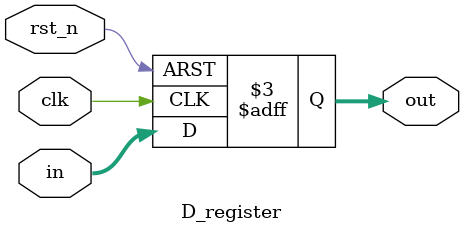
<source format=v>
module D_register (
    input clk,
    input rst_n,
    input [31:0] in,
    output reg [31:0] out
);

    always @(posedge clk or negedge rst_n) begin
        if (!rst_n) begin
            out <= 32'h00000000;
        end
        else begin
            out <= in;
        end
    end

endmodule

</source>
